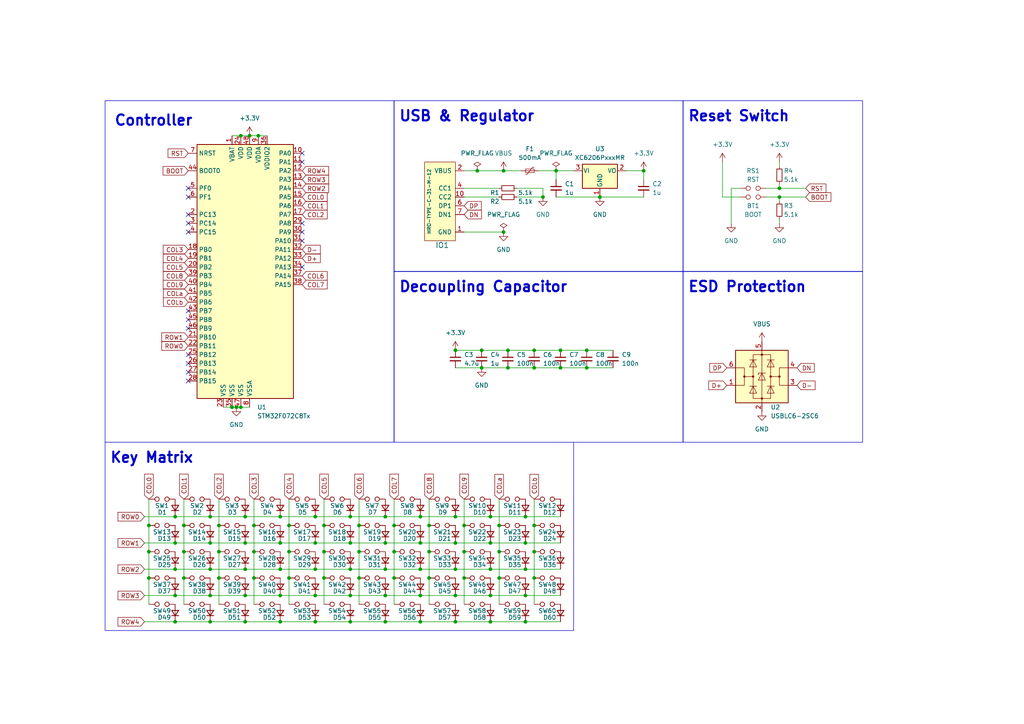
<source format=kicad_sch>
(kicad_sch (version 20230121) (generator eeschema)
  (paper "A4")
  (junction (at 121.92 157.48))
  (junction (at 101.6 172.72))
  (junction (at 124.46 160.02))
  (junction (at 60.96 157.48))
  (junction (at 154.94 101.6))
  (junction (at 154.94 106.68))
  (junction (at 71.12 149.86))
  (junction (at 69.85 118.11))
  (junction (at 144.78 160.02))
  (junction (at 71.12 180.34))
  (junction (at 154.94 160.02))
  (junction (at 121.92 180.34))
  (junction (at 152.4 149.86))
  (junction (at 73.66 152.4))
  (junction (at 139.7 106.68))
  (junction (at 73.66 167.64))
  (junction (at 114.3 152.4))
  (junction (at 152.4 180.34))
  (junction (at 60.96 165.1))
  (junction (at 124.46 167.64))
  (junction (at 50.8 165.1))
  (junction (at 83.82 167.64))
  (junction (at 111.76 165.1))
  (junction (at 154.94 167.64))
  (junction (at 50.8 149.86))
  (junction (at 71.12 157.48))
  (junction (at 63.5 167.64))
  (junction (at 121.92 165.1))
  (junction (at 50.8 172.72))
  (junction (at 132.08 149.86))
  (junction (at 147.32 101.6))
  (junction (at 43.18 167.64))
  (junction (at 152.4 165.1))
  (junction (at 161.29 49.53))
  (junction (at 71.12 165.1))
  (junction (at 101.6 149.86))
  (junction (at 111.76 172.72))
  (junction (at 93.98 167.64))
  (junction (at 63.5 152.4))
  (junction (at 83.82 160.02))
  (junction (at 142.24 172.72))
  (junction (at 81.28 149.86))
  (junction (at 71.12 172.72))
  (junction (at 124.46 152.4))
  (junction (at 170.18 106.68))
  (junction (at 53.34 167.64))
  (junction (at 60.96 180.34))
  (junction (at 111.76 180.34))
  (junction (at 43.18 152.4))
  (junction (at 142.24 157.48))
  (junction (at 226.06 54.61))
  (junction (at 81.28 157.48))
  (junction (at 142.24 165.1))
  (junction (at 53.34 152.4))
  (junction (at 147.32 106.68))
  (junction (at 132.08 165.1))
  (junction (at 138.43 49.53))
  (junction (at 114.3 160.02))
  (junction (at 146.05 67.31))
  (junction (at 101.6 165.1))
  (junction (at 142.24 149.86))
  (junction (at 132.08 101.6))
  (junction (at 104.14 160.02))
  (junction (at 91.44 172.72))
  (junction (at 111.76 149.86))
  (junction (at 93.98 152.4))
  (junction (at 144.78 152.4))
  (junction (at 132.08 157.48))
  (junction (at 152.4 157.48))
  (junction (at 101.6 157.48))
  (junction (at 162.56 106.68))
  (junction (at 154.94 152.4))
  (junction (at 132.08 180.34))
  (junction (at 162.56 101.6))
  (junction (at 134.62 167.64))
  (junction (at 132.08 172.72))
  (junction (at 68.58 118.11))
  (junction (at 60.96 149.86))
  (junction (at 114.3 167.64))
  (junction (at 157.48 57.15))
  (junction (at 142.24 180.34))
  (junction (at 170.18 101.6))
  (junction (at 173.99 57.15))
  (junction (at 63.5 160.02))
  (junction (at 73.66 160.02))
  (junction (at 111.76 157.48))
  (junction (at 72.39 39.37))
  (junction (at 121.92 149.86))
  (junction (at 50.8 157.48))
  (junction (at 91.44 165.1))
  (junction (at 81.28 172.72))
  (junction (at 186.69 49.53))
  (junction (at 91.44 157.48))
  (junction (at 91.44 180.34))
  (junction (at 93.98 160.02))
  (junction (at 81.28 180.34))
  (junction (at 134.62 160.02))
  (junction (at 91.44 149.86))
  (junction (at 104.14 167.64))
  (junction (at 121.92 172.72))
  (junction (at 67.31 118.11))
  (junction (at 74.93 39.37))
  (junction (at 104.14 152.4))
  (junction (at 144.78 167.64))
  (junction (at 152.4 172.72))
  (junction (at 101.6 180.34))
  (junction (at 226.06 57.15))
  (junction (at 83.82 152.4))
  (junction (at 53.34 160.02))
  (junction (at 50.8 180.34))
  (junction (at 81.28 165.1))
  (junction (at 134.62 152.4))
  (junction (at 43.18 160.02))
  (junction (at 139.7 101.6))
  (junction (at 69.85 39.37))
  (junction (at 60.96 172.72))
  (junction (at 146.05 49.53))
  (no_connect (at 54.61 92.71))
  (no_connect (at 54.61 90.17))
  (no_connect (at 54.61 67.31))
  (no_connect (at 54.61 110.49))
  (no_connect (at 54.61 107.95))
  (no_connect (at 54.61 105.41))
  (no_connect (at 54.61 64.77))
  (no_connect (at 54.61 62.23))
  (no_connect (at 87.63 64.77))
  (no_connect (at 54.61 57.15))
  (no_connect (at 87.63 46.99))
  (no_connect (at 87.63 69.85))
  (no_connect (at 87.63 77.47))
  (no_connect (at 87.63 44.45))
  (no_connect (at 87.63 67.31))
  (no_connect (at 54.61 95.25))
  (no_connect (at 54.61 102.87))
  (no_connect (at 54.61 54.61))
  (wire (pts (xy 43.18 144.78) (xy 43.18 152.4)))
  (wire (pts (xy 132.08 165.1) (xy 142.24 165.1)))
  (wire (pts (xy 71.12 157.48) (xy 81.28 157.48)))
  (wire (pts (xy 63.5 167.64) (xy 63.5 175.26)))
  (wire (pts (xy 226.06 57.15) (xy 233.68 57.15)))
  (wire (pts (xy 147.32 101.6) (xy 154.94 101.6)))
  (wire (pts (xy 104.14 167.64) (xy 104.14 175.26)))
  (wire (pts (xy 166.37 49.53) (xy 161.29 49.53)))
  (wire (pts (xy 71.12 149.86) (xy 81.28 149.86)))
  (wire (pts (xy 69.85 39.37) (xy 67.31 39.37)))
  (wire (pts (xy 124.46 144.78) (xy 124.46 152.4)))
  (wire (pts (xy 142.24 149.86) (xy 152.4 149.86)))
  (wire (pts (xy 209.55 46.99) (xy 209.55 57.15)))
  (wire (pts (xy 142.24 180.34) (xy 152.4 180.34)))
  (wire (pts (xy 63.5 152.4) (xy 63.5 160.02)))
  (wire (pts (xy 154.94 144.78) (xy 154.94 152.4)))
  (wire (pts (xy 81.28 149.86) (xy 91.44 149.86)))
  (wire (pts (xy 149.86 57.15) (xy 157.48 57.15)))
  (wire (pts (xy 154.94 167.64) (xy 154.94 175.26)))
  (wire (pts (xy 152.4 157.48) (xy 162.56 157.48)))
  (wire (pts (xy 104.14 144.78) (xy 104.14 152.4)))
  (wire (pts (xy 161.29 57.15) (xy 173.99 57.15)))
  (wire (pts (xy 63.5 160.02) (xy 63.5 167.64)))
  (wire (pts (xy 121.92 165.1) (xy 132.08 165.1)))
  (wire (pts (xy 53.34 144.78) (xy 53.34 152.4)))
  (wire (pts (xy 114.3 144.78) (xy 114.3 152.4)))
  (wire (pts (xy 91.44 165.1) (xy 101.6 165.1)))
  (wire (pts (xy 101.6 165.1) (xy 111.76 165.1)))
  (wire (pts (xy 64.77 118.11) (xy 67.31 118.11)))
  (wire (pts (xy 114.3 167.64) (xy 114.3 175.26)))
  (wire (pts (xy 43.18 152.4) (xy 43.18 160.02)))
  (wire (pts (xy 121.92 172.72) (xy 132.08 172.72)))
  (wire (pts (xy 144.78 167.64) (xy 144.78 175.26)))
  (wire (pts (xy 144.78 54.61) (xy 134.62 54.61)))
  (wire (pts (xy 53.34 152.4) (xy 53.34 160.02)))
  (wire (pts (xy 111.76 172.72) (xy 121.92 172.72)))
  (wire (pts (xy 50.8 172.72) (xy 60.96 172.72)))
  (wire (pts (xy 111.76 165.1) (xy 121.92 165.1)))
  (wire (pts (xy 71.12 172.72) (xy 81.28 172.72)))
  (wire (pts (xy 73.66 152.4) (xy 73.66 160.02)))
  (wire (pts (xy 93.98 152.4) (xy 93.98 160.02)))
  (wire (pts (xy 121.92 180.34) (xy 132.08 180.34)))
  (wire (pts (xy 161.29 52.07) (xy 161.29 49.53)))
  (wire (pts (xy 138.43 49.53) (xy 134.62 49.53)))
  (wire (pts (xy 93.98 167.64) (xy 93.98 175.26)))
  (wire (pts (xy 132.08 101.6) (xy 139.7 101.6)))
  (wire (pts (xy 41.91 149.86) (xy 50.8 149.86)))
  (wire (pts (xy 74.93 39.37) (xy 77.47 39.37)))
  (wire (pts (xy 114.3 160.02) (xy 114.3 167.64)))
  (wire (pts (xy 144.78 160.02) (xy 144.78 167.64)))
  (wire (pts (xy 73.66 160.02) (xy 73.66 167.64)))
  (wire (pts (xy 71.12 180.34) (xy 81.28 180.34)))
  (wire (pts (xy 43.18 167.64) (xy 43.18 175.26)))
  (wire (pts (xy 93.98 144.78) (xy 93.98 152.4)))
  (wire (pts (xy 81.28 172.72) (xy 91.44 172.72)))
  (wire (pts (xy 60.96 180.34) (xy 71.12 180.34)))
  (wire (pts (xy 151.13 49.53) (xy 146.05 49.53)))
  (wire (pts (xy 162.56 101.6) (xy 170.18 101.6)))
  (wire (pts (xy 139.7 101.6) (xy 147.32 101.6)))
  (wire (pts (xy 132.08 106.68) (xy 139.7 106.68)))
  (wire (pts (xy 170.18 106.68) (xy 177.8 106.68)))
  (wire (pts (xy 154.94 160.02) (xy 154.94 167.64)))
  (wire (pts (xy 101.6 172.72) (xy 111.76 172.72)))
  (wire (pts (xy 69.85 118.11) (xy 72.39 118.11)))
  (wire (pts (xy 154.94 152.4) (xy 154.94 160.02)))
  (wire (pts (xy 72.39 39.37) (xy 74.93 39.37)))
  (wire (pts (xy 53.34 167.64) (xy 53.34 175.26)))
  (wire (pts (xy 154.94 106.68) (xy 162.56 106.68)))
  (wire (pts (xy 134.62 160.02) (xy 134.62 167.64)))
  (wire (pts (xy 226.06 46.99) (xy 226.06 48.26)))
  (wire (pts (xy 186.69 49.53) (xy 181.61 49.53)))
  (wire (pts (xy 132.08 180.34) (xy 142.24 180.34)))
  (wire (pts (xy 71.12 165.1) (xy 81.28 165.1)))
  (wire (pts (xy 53.34 160.02) (xy 53.34 167.64)))
  (wire (pts (xy 152.4 172.72) (xy 162.56 172.72)))
  (wire (pts (xy 170.18 101.6) (xy 177.8 101.6)))
  (wire (pts (xy 91.44 157.48) (xy 101.6 157.48)))
  (wire (pts (xy 121.92 157.48) (xy 132.08 157.48)))
  (wire (pts (xy 134.62 152.4) (xy 134.62 160.02)))
  (wire (pts (xy 68.58 118.11) (xy 69.85 118.11)))
  (wire (pts (xy 83.82 160.02) (xy 83.82 167.64)))
  (wire (pts (xy 41.91 165.1) (xy 50.8 165.1)))
  (wire (pts (xy 83.82 152.4) (xy 83.82 160.02)))
  (wire (pts (xy 149.86 54.61) (xy 157.48 54.61)))
  (wire (pts (xy 142.24 172.72) (xy 152.4 172.72)))
  (wire (pts (xy 134.62 144.78) (xy 134.62 152.4)))
  (wire (pts (xy 60.96 157.48) (xy 71.12 157.48)))
  (wire (pts (xy 121.92 149.86) (xy 132.08 149.86)))
  (wire (pts (xy 50.8 149.86) (xy 60.96 149.86)))
  (wire (pts (xy 134.62 167.64) (xy 134.62 175.26)))
  (wire (pts (xy 104.14 152.4) (xy 104.14 160.02)))
  (wire (pts (xy 152.4 180.34) (xy 162.56 180.34)))
  (wire (pts (xy 212.09 54.61) (xy 214.63 54.61)))
  (wire (pts (xy 142.24 165.1) (xy 152.4 165.1)))
  (wire (pts (xy 69.85 39.37) (xy 72.39 39.37)))
  (wire (pts (xy 101.6 149.86) (xy 111.76 149.86)))
  (wire (pts (xy 41.91 180.34) (xy 50.8 180.34)))
  (wire (pts (xy 222.25 57.15) (xy 226.06 57.15)))
  (wire (pts (xy 162.56 106.68) (xy 170.18 106.68)))
  (wire (pts (xy 144.78 144.78) (xy 144.78 152.4)))
  (wire (pts (xy 173.99 57.15) (xy 186.69 57.15)))
  (wire (pts (xy 157.48 54.61) (xy 157.48 57.15)))
  (wire (pts (xy 114.3 152.4) (xy 114.3 160.02)))
  (wire (pts (xy 226.06 63.5) (xy 226.06 64.77)))
  (wire (pts (xy 68.58 118.11) (xy 67.31 118.11)))
  (wire (pts (xy 91.44 180.34) (xy 101.6 180.34)))
  (wire (pts (xy 152.4 149.86) (xy 162.56 149.86)))
  (wire (pts (xy 144.78 152.4) (xy 144.78 160.02)))
  (wire (pts (xy 63.5 144.78) (xy 63.5 152.4)))
  (wire (pts (xy 186.69 52.07) (xy 186.69 49.53)))
  (wire (pts (xy 41.91 172.72) (xy 50.8 172.72)))
  (wire (pts (xy 60.96 165.1) (xy 71.12 165.1)))
  (wire (pts (xy 134.62 67.31) (xy 146.05 67.31)))
  (wire (pts (xy 50.8 165.1) (xy 60.96 165.1)))
  (wire (pts (xy 41.91 157.48) (xy 50.8 157.48)))
  (wire (pts (xy 81.28 180.34) (xy 91.44 180.34)))
  (wire (pts (xy 144.78 57.15) (xy 134.62 57.15)))
  (wire (pts (xy 91.44 172.72) (xy 101.6 172.72)))
  (wire (pts (xy 152.4 165.1) (xy 162.56 165.1)))
  (wire (pts (xy 124.46 152.4) (xy 124.46 160.02)))
  (wire (pts (xy 226.06 54.61) (xy 233.68 54.61)))
  (wire (pts (xy 226.06 58.42) (xy 226.06 57.15)))
  (wire (pts (xy 111.76 157.48) (xy 121.92 157.48)))
  (wire (pts (xy 222.25 54.61) (xy 226.06 54.61)))
  (wire (pts (xy 124.46 167.64) (xy 124.46 175.26)))
  (wire (pts (xy 226.06 53.34) (xy 226.06 54.61)))
  (wire (pts (xy 124.46 160.02) (xy 124.46 167.64)))
  (wire (pts (xy 132.08 172.72) (xy 142.24 172.72)))
  (wire (pts (xy 111.76 180.34) (xy 121.92 180.34)))
  (wire (pts (xy 60.96 149.86) (xy 71.12 149.86)))
  (wire (pts (xy 212.09 64.77) (xy 212.09 54.61)))
  (wire (pts (xy 50.8 180.34) (xy 60.96 180.34)))
  (wire (pts (xy 209.55 57.15) (xy 214.63 57.15)))
  (wire (pts (xy 142.24 157.48) (xy 152.4 157.48)))
  (wire (pts (xy 132.08 149.86) (xy 142.24 149.86)))
  (wire (pts (xy 83.82 167.64) (xy 83.82 175.26)))
  (wire (pts (xy 101.6 180.34) (xy 111.76 180.34)))
  (wire (pts (xy 132.08 157.48) (xy 142.24 157.48)))
  (wire (pts (xy 81.28 157.48) (xy 91.44 157.48)))
  (wire (pts (xy 73.66 167.64) (xy 73.66 175.26)))
  (wire (pts (xy 60.96 172.72) (xy 71.12 172.72)))
  (wire (pts (xy 91.44 149.86) (xy 101.6 149.86)))
  (wire (pts (xy 101.6 157.48) (xy 111.76 157.48)))
  (wire (pts (xy 83.82 144.78) (xy 83.82 152.4)))
  (wire (pts (xy 111.76 149.86) (xy 121.92 149.86)))
  (wire (pts (xy 73.66 144.78) (xy 73.66 152.4)))
  (wire (pts (xy 139.7 106.68) (xy 147.32 106.68)))
  (wire (pts (xy 81.28 165.1) (xy 91.44 165.1)))
  (wire (pts (xy 161.29 49.53) (xy 156.21 49.53)))
  (wire (pts (xy 50.8 157.48) (xy 60.96 157.48)))
  (wire (pts (xy 147.32 106.68) (xy 154.94 106.68)))
  (wire (pts (xy 154.94 101.6) (xy 162.56 101.6)))
  (wire (pts (xy 93.98 160.02) (xy 93.98 167.64)))
  (wire (pts (xy 104.14 160.02) (xy 104.14 167.64)))
  (wire (pts (xy 146.05 49.53) (xy 138.43 49.53)))
  (wire (pts (xy 43.18 160.02) (xy 43.18 167.64)))
  (rectangle (start 114.3 78.74) (end 198.12 128.27))
  (rectangle (start 30.48 128.27) (end 166.37 182.88))
  (rectangle (start 198.12 29.21) (end 250.19 78.74))
  (rectangle (start 30.48 29.21) (end 114.3 128.27))
  (rectangle (start 114.3 29.21) (end 198.12 78.74))
  (rectangle (start 198.12 78.74) (end 250.19 128.27))
  (text "USB & Regulator" (at 115.57 35.56 0) (effects (font (size 3 3) (thickness 0.6) bold) (justify left bottom)))
  (text "ESD Protection" (at 199.39 85.09 0) (effects (font (size 3 3) (thickness 0.6) bold) (justify left bottom)))
  (text "Decoupling Capacitor" (at 115.57 85.09 0) (effects (font (size 3 3) (thickness 0.6) bold) (justify left bottom)))
  (text "Reset Switch\n" (at 199.39 35.56 0) (effects (font (size 3 3) (thickness 0.6) bold) (justify left bottom)))
  (text "Controller" (at 33.02 36.83 0) (effects (font (size 3 3) (thickness 0.6) bold) (justify left bottom)))
  (text "Key Matrix" (at 31.75 134.62 0) (effects (font (size 3 3) (thickness 0.6) bold) (justify left bottom)))
  (global_label "COL2" (shape input) (at 63.5 144.78 90) (property "Intersheetrefs" "${INTERSHEET_REFS}" (effects hide)))
  (global_label "COL9" (shape input) (at 134.62 144.78 90) (property "Intersheetrefs" "${INTERSHEET_REFS}" (effects hide)))
  (global_label "COL7" (shape input) (at 87.63 82.55 0) (property "Intersheetrefs" "${INTERSHEET_REFS}" (effects hide)))
  (global_label "COL0" (shape input) (at 43.18 144.78 90) (property "Intersheetrefs" "${INTERSHEET_REFS}" (effects hide)))
  (global_label "COL3" (shape input) (at 73.66 144.78 90) (property "Intersheetrefs" "${INTERSHEET_REFS}" (effects hide)))
  (global_label "ROW1" (shape input) (at 54.61 97.79 180) (property "Intersheetrefs" "${INTERSHEET_REFS}" (effects hide)))
  (global_label "ROW3" (shape input) (at 87.63 52.07 0) (property "Intersheetrefs" "${INTERSHEET_REFS}" (effects hide)))
  (global_label "COL4" (shape input) (at 83.82 144.78 90) (property "Intersheetrefs" "${INTERSHEET_REFS}" (effects hide)))
  (global_label "BOOT" (shape input) (at 233.68 57.15 0) (property "Intersheetrefs" "${INTERSHEET_REFS}" (effects hide)))
  (global_label "COLa" (shape input) (at 144.78 144.78 90) (property "Intersheetrefs" "${INTERSHEET_REFS}" (effects hide)))
  (global_label "COLb" (shape input) (at 154.94 144.78 90) (property "Intersheetrefs" "${INTERSHEET_REFS}" (effects hide)))
  (global_label "DN" (shape input) (at 134.62 62.23 0) (property "Intersheetrefs" "${INTERSHEET_REFS}" (effects hide)))
  (global_label "COL9" (shape input) (at 54.61 82.55 180) (property "Intersheetrefs" "${INTERSHEET_REFS}" (effects hide)))
  (global_label "D-" (shape input) (at 87.63 72.39 0) (property "Intersheetrefs" "${INTERSHEET_REFS}" (effects hide)))
  (global_label "COL1" (shape input) (at 87.63 59.69 0) (property "Intersheetrefs" "${INTERSHEET_REFS}" (effects hide)))
  (global_label "COL3" (shape input) (at 54.61 72.39 180) (property "Intersheetrefs" "${INTERSHEET_REFS}" (effects hide)))
  (global_label "COL8" (shape input) (at 124.46 144.78 90) (property "Intersheetrefs" "${INTERSHEET_REFS}" (effects hide)))
  (global_label "ROW2" (shape input) (at 87.63 54.61 0) (property "Intersheetrefs" "${INTERSHEET_REFS}" (effects hide)))
  (global_label "ROW4" (shape input) (at 41.91 180.34 180) (property "Intersheetrefs" "${INTERSHEET_REFS}" (effects hide)))
  (global_label "COL6" (shape input) (at 104.14 144.78 90) (property "Intersheetrefs" "${INTERSHEET_REFS}" (effects hide)))
  (global_label "DN" (shape input) (at 231.14 106.68 0) (property "Intersheetrefs" "${INTERSHEET_REFS}" (effects hide)))
  (global_label "COL0" (shape input) (at 87.63 57.15 0) (property "Intersheetrefs" "${INTERSHEET_REFS}" (effects hide)))
  (global_label "ROW3" (shape input) (at 41.91 172.72 180) (property "Intersheetrefs" "${INTERSHEET_REFS}" (effects hide)))
  (global_label "COL8" (shape input) (at 54.61 80.01 180) (property "Intersheetrefs" "${INTERSHEET_REFS}" (effects hide)))
  (global_label "D+" (shape input) (at 87.63 74.93 0) (property "Intersheetrefs" "${INTERSHEET_REFS}" (effects hide)))
  (global_label "ROW1" (shape input) (at 41.91 157.48 180) (property "Intersheetrefs" "${INTERSHEET_REFS}" (effects hide)))
  (global_label "COL6" (shape input) (at 87.63 80.01 0) (property "Intersheetrefs" "${INTERSHEET_REFS}" (effects hide)))
  (global_label "COLa" (shape input) (at 54.61 85.09 180) (property "Intersheetrefs" "${INTERSHEET_REFS}" (effects hide)))
  (global_label "ROW2" (shape input) (at 41.91 165.1 180) (property "Intersheetrefs" "${INTERSHEET_REFS}" (effects hide)))
  (global_label "D-" (shape input) (at 231.14 111.76 0) (property "Intersheetrefs" "${INTERSHEET_REFS}" (effects hide)))
  (global_label "D+" (shape input) (at 210.82 111.76 180) (property "Intersheetrefs" "${INTERSHEET_REFS}" (effects hide)))
  (global_label "COL2" (shape input) (at 87.63 62.23 0) (property "Intersheetrefs" "${INTERSHEET_REFS}" (effects hide)))
  (global_label "COL5" (shape input) (at 93.98 144.78 90) (property "Intersheetrefs" "${INTERSHEET_REFS}" (effects hide)))
  (global_label "ROW0" (shape input) (at 54.61 100.33 180) (property "Intersheetrefs" "${INTERSHEET_REFS}" (effects hide)))
  (global_label "DP" (shape input) (at 134.62 59.69 0) (property "Intersheetrefs" "${INTERSHEET_REFS}" (effects hide)))
  (global_label "COL7" (shape input) (at 114.3 144.78 90) (property "Intersheetrefs" "${INTERSHEET_REFS}" (effects hide)))
  (global_label "RST" (shape input) (at 233.68 54.61 0) (property "Intersheetrefs" "${INTERSHEET_REFS}" (effects hide)))
  (global_label "ROW4" (shape input) (at 87.63 49.53 0) (property "Intersheetrefs" "${INTERSHEET_REFS}" (effects hide)))
  (global_label "ROW0" (shape input) (at 41.91 149.86 180) (property "Intersheetrefs" "${INTERSHEET_REFS}" (effects hide)))
  (global_label "BOOT" (shape input) (at 54.61 49.53 180) (property "Intersheetrefs" "${INTERSHEET_REFS}" (effects hide)))
  (global_label "COL1" (shape input) (at 53.34 144.78 90) (property "Intersheetrefs" "${INTERSHEET_REFS}" (effects hide)))
  (global_label "COL5" (shape input) (at 54.61 77.47 180) (property "Intersheetrefs" "${INTERSHEET_REFS}" (effects hide)))
  (global_label "COL4" (shape input) (at 54.61 74.93 180) (property "Intersheetrefs" "${INTERSHEET_REFS}" (effects hide)))
  (global_label "COLb" (shape input) (at 54.61 87.63 180) (property "Intersheetrefs" "${INTERSHEET_REFS}" (effects hide)))
  (global_label "RST" (shape input) (at 54.61 44.45 180) (property "Intersheetrefs" "${INTERSHEET_REFS}" (effects hide)))
  (global_label "DP" (shape input) (at 210.82 106.68 180) (property "Intersheetrefs" "${INTERSHEET_REFS}" (effects hide)))
  (symbol (lib_id "power:VBUS") (at 146.05 49.53 0) (unit 1)
    (property "Reference" "#PWR03" (effects hide))
    (property "Value" "VBUS" (at 146.05 44.45 0))
  )
  (symbol (lib_id ".Key:SW_PUSH") (at 158.75 167.64 0) (unit 1)
    (property "Reference" "SW48" (at 158.75 169.545 0))
    (property "Value" "SW_PUSH" (effects hide))
    (property "Footprint" "MX_V2:MX-Hotswap-1U" (effects hide))
  )
  (symbol (lib_id "power:PWR_FLAG") (at 138.43 49.53 0) (unit 1)
    (property "Reference" "#FLG02" (effects hide))
    (property "Value" "PWR_FLAG" (at 138.43 44.45 0))
  )
  (symbol (lib_id "power:VBUS") (at 220.98 99.06 0) (unit 1)
    (property "Reference" "#PWR09" (effects hide))
    (property "Value" "VBUS" (at 220.98 93.98 0))
  )
  (symbol (lib_id ".Key:SW_PUSH") (at 97.79 175.26 0) (unit 1)
    (property "Reference" "SW54" (at 97.79 177.165 0))
    (property "Value" "SW_PUSH" (effects hide))
    (property "Footprint" "MX_V2:MX-Hotswap-1U" (effects hide))
  )
  (symbol (lib_id "Power_Protection:USBLC6-2SC6") (at 220.98 109.22 0) (unit 1)
    (property "Reference" "U2" (at 223.52 118.11 0) (effects (justify left)))
    (property "Value" "USBLC6-2SC6" (at 223.52 120.65 0) (effects (justify left)))
    (property "Footprint" "Package_TO_SOT_SMD:SOT-23-6" (effects hide))
    (property "Datasheet" "https://www.st.com/resource/en/datasheet/usblc6-2.pdf" (effects hide))
    (property "LCSC" "C2827654" (effects hide))
  )
  (symbol (lib_id "Device:R_Small") (at 147.32 57.15 90) (unit 1)
    (property "Reference" "R2" (at 143.51 58.42 90))
    (property "Value" "5.1k" (at 152.4 58.42 90))
    (property "Footprint" "Resistor_SMD:R_0402_1005Metric" (effects hide))
    (property "LCSC" "C25905" (effects hide))
  )
  (symbol (lib_id "Device:D_Small") (at 81.28 177.8 90) (unit 1)
    (property "Reference" "D52" (at 76.2 179.07 90) (effects (justify right)))
    (property "Value" "D_Small" (effects hide))
    (property "Footprint" "kbd:D3_SMD" (effects hide))
    (property "Sim.Device" "D" (effects hide))
    (property "Sim.Pins" "1=K 2=A" (effects hide))
  )
  (symbol (lib_id "power:GND") (at 139.7 106.68 0) (unit 1)
    (property "Reference" "#PWR011" (effects hide))
    (property "Value" "GND" (at 139.7 111.76 0))
  )
  (symbol (lib_id "Device:D_Small") (at 142.24 147.32 90) (unit 1)
    (property "Reference" "D10" (at 137.16 148.59 90) (effects (justify right)))
    (property "Value" "D_Small" (effects hide))
    (property "Footprint" "kbd:D3_SMD" (effects hide))
    (property "Sim.Device" "D" (effects hide))
    (property "Sim.Pins" "1=K 2=A" (effects hide))
  )
  (symbol (lib_id "Device:D_Small") (at 50.8 147.32 90) (unit 1)
    (property "Reference" "D1" (at 45.72 148.59 90) (effects (justify right)))
    (property "Value" "D_Small" (effects hide))
    (property "Footprint" "kbd:D3_SMD" (effects hide))
    (property "Sim.Device" "D" (effects hide))
    (property "Sim.Pins" "1=K 2=A" (effects hide))
  )
  (symbol (lib_id "Device:D_Small") (at 91.44 147.32 90) (unit 1)
    (property "Reference" "D5" (at 86.36 148.59 90) (effects (justify right)))
    (property "Value" "D_Small" (effects hide))
    (property "Footprint" "kbd:D3_SMD" (effects hide))
    (property "Sim.Device" "D" (effects hide))
    (property "Sim.Pins" "1=K 2=A" (effects hide))
  )
  (symbol (lib_id ".Key:SW_PUSH") (at 128.27 167.64 0) (unit 1)
    (property "Reference" "SW45" (at 128.27 169.545 0))
    (property "Value" "SW_PUSH" (effects hide))
    (property "Footprint" "MX_V2:MX-Hotswap-1U" (effects hide))
  )
  (symbol (lib_id ".Key:SW_PUSH") (at 67.31 160.02 0) (unit 1)
    (property "Reference" "SW27" (at 67.31 161.925 0))
    (property "Value" "SW_PUSH" (effects hide))
    (property "Footprint" "MX_V2:MX-Hotswap-1U" (effects hide))
  )
  (symbol (lib_id ".Key:SW_PUSH") (at 77.47 152.4 0) (unit 1)
    (property "Reference" "SW16" (at 77.47 154.305 0))
    (property "Value" "SW_PUSH" (effects hide))
    (property "Footprint" "MX_V2:MX-Hotswap-1U" (effects hide))
  )
  (symbol (lib_id ".Key:SW_PUSH") (at 148.59 175.26 0) (unit 1)
    (property "Reference" "SW59" (at 148.59 177.165 0))
    (property "Value" "SW_PUSH" (effects hide))
    (property "Footprint" "MX_V2:MX-Hotswap-1U" (effects hide))
  )
  (symbol (lib_id "Device:D_Small") (at 111.76 162.56 90) (unit 1)
    (property "Reference" "D31" (at 106.68 163.83 90) (effects (justify right)))
    (property "Value" "D_Small" (effects hide))
    (property "Footprint" "kbd:D3_SMD" (effects hide))
    (property "Sim.Device" "D" (effects hide))
    (property "Sim.Pins" "1=K 2=A" (effects hide))
  )
  (symbol (lib_id ".Key:SW_PUSH") (at 46.99 144.78 0) (unit 1)
    (property "Reference" "SW1" (at 46.99 146.685 0))
    (property "Value" "SW_PUSH" (effects hide))
    (property "Footprint" "MX_V2:MX-Hotswap-1U" (effects hide))
  )
  (symbol (lib_id ".Key:SW_PUSH") (at 46.99 152.4 0) (unit 1)
    (property "Reference" "SW13" (at 46.99 154.305 0))
    (property "Value" "SW_PUSH" (effects hide))
    (property "Footprint" "MX_V2:MX-Hotswap-1U" (effects hide))
  )
  (symbol (lib_id "Device:D_Small") (at 60.96 170.18 90) (unit 1)
    (property "Reference" "D38" (at 55.88 171.45 90) (effects (justify right)))
    (property "Value" "D_Small" (effects hide))
    (property "Footprint" "kbd:D3_SMD" (effects hide))
    (property "Sim.Device" "D" (effects hide))
    (property "Sim.Pins" "1=K 2=A" (effects hide))
  )
  (symbol (lib_id "power:+3.3V") (at 132.08 101.6 0) (unit 1)
    (property "Reference" "#PWR010" (effects hide))
    (property "Value" "+3.3V" (at 132.08 96.52 0))
  )
  (symbol (lib_id "Device:D_Small") (at 152.4 170.18 90) (unit 1)
    (property "Reference" "D47" (at 147.32 171.45 90) (effects (justify right)))
    (property "Value" "D_Small" (effects hide))
    (property "Footprint" "kbd:D3_SMD" (effects hide))
    (property "Sim.Device" "D" (effects hide))
    (property "Sim.Pins" "1=K 2=A" (effects hide))
  )
  (symbol (lib_id "power:GND") (at 226.06 64.77 0) (unit 1)
    (property "Reference" "#PWR012" (effects hide))
    (property "Value" "GND" (at 226.06 69.85 0))
  )
  (symbol (lib_id "Device:D_Small") (at 91.44 154.94 90) (unit 1)
    (property "Reference" "D17" (at 86.36 156.21 90) (effects (justify right)))
    (property "Value" "D_Small" (effects hide))
    (property "Footprint" "kbd:D3_SMD" (effects hide))
    (property "Sim.Device" "D" (effects hide))
    (property "Sim.Pins" "1=K 2=A" (effects hide))
  )
  (symbol (lib_id "Device:D_Small") (at 91.44 177.8 90) (unit 1)
    (property "Reference" "D53" (at 86.36 179.07 90) (effects (justify right)))
    (property "Value" "D_Small" (effects hide))
    (property "Footprint" "kbd:D3_SMD" (effects hide))
    (property "Sim.Device" "D" (effects hide))
    (property "Sim.Pins" "1=K 2=A" (effects hide))
  )
  (symbol (lib_id ".Key:SW_PUSH") (at 77.47 167.64 0) (unit 1)
    (property "Reference" "SW40" (at 77.47 169.545 0))
    (property "Value" "SW_PUSH" (effects hide))
    (property "Footprint" "MX_V2:MX-Hotswap-1U" (effects hide))
  )
  (symbol (lib_id ".Key:SW_PUSH") (at 67.31 152.4 0) (unit 1)
    (property "Reference" "SW15" (at 67.31 154.305 0))
    (property "Value" "SW_PUSH" (effects hide))
    (property "Footprint" "MX_V2:MX-Hotswap-1U" (effects hide))
  )
  (symbol (lib_id ".Key:SW_PUSH") (at 138.43 167.64 0) (unit 1)
    (property "Reference" "SW46" (at 138.43 169.545 0))
    (property "Value" "SW_PUSH" (effects hide))
    (property "Footprint" "MX_V2:MX-Hotswap-1U" (effects hide))
  )
  (symbol (lib_id "power:+3.3V") (at 209.55 46.99 0) (unit 1)
    (property "Reference" "#PWR013" (effects hide))
    (property "Value" "+3.3V" (at 209.55 41.91 0))
  )
  (symbol (lib_id "Device:C_Small") (at 177.8 104.14 0) (unit 1)
    (property "Reference" "C9" (at 180.34 102.8763 0) (effects (justify left)))
    (property "Value" "100n" (at 180.34 105.4163 0) (effects (justify left)))
    (property "Footprint" "Capacitor_SMD:C_0402_1005Metric" (effects hide))
    (property "LCSC" "C1525" (effects hide))
  )
  (symbol (lib_id ".Key:SW_PUSH") (at 148.59 144.78 0) (unit 1)
    (property "Reference" "SW11" (at 148.59 146.685 0))
    (property "Value" "SW_PUSH" (effects hide))
    (property "Footprint" "MX_V2:MX-Hotswap-1U" (effects hide))
  )
  (symbol (lib_id ".Key:SW_PUSH") (at 97.79 152.4 0) (unit 1)
    (property "Reference" "SW18" (at 97.79 154.305 0))
    (property "Value" "SW_PUSH" (effects hide))
    (property "Footprint" "MX_V2:MX-Hotswap-1U" (effects hide))
  )
  (symbol (lib_id ".Key:SW_PUSH") (at 77.47 160.02 0) (unit 1)
    (property "Reference" "SW28" (at 77.47 161.925 0))
    (property "Value" "SW_PUSH" (effects hide))
    (property "Footprint" "MX_V2:MX-Hotswap-1U" (effects hide))
  )
  (symbol (lib_id "Device:D_Small") (at 111.76 154.94 90) (unit 1)
    (property "Reference" "D19" (at 106.68 156.21 90) (effects (justify right)))
    (property "Value" "D_Small" (effects hide))
    (property "Footprint" "kbd:D3_SMD" (effects hide))
    (property "Sim.Device" "D" (effects hide))
    (property "Sim.Pins" "1=K 2=A" (effects hide))
  )
  (symbol (lib_id ".Key:SW_PUSH") (at 128.27 175.26 0) (unit 1)
    (property "Reference" "SW57" (at 128.27 177.165 0))
    (property "Value" "SW_PUSH" (effects hide))
    (property "Footprint" "MX_V2:MX-Hotswap-1U" (effects hide))
  )
  (symbol (lib_id "Device:C_Small") (at 147.32 104.14 0) (unit 1)
    (property "Reference" "C5" (at 149.86 102.8763 0) (effects (justify left)))
    (property "Value" "100n" (at 149.86 105.4163 0) (effects (justify left)))
    (property "Footprint" "Capacitor_SMD:C_0402_1005Metric" (effects hide))
    (property "LCSC" "C1525" (effects hide))
  )
  (symbol (lib_id "Device:D_Small") (at 50.8 170.18 90) (unit 1)
    (property "Reference" "D37" (at 45.72 171.45 90) (effects (justify right)))
    (property "Value" "D_Small" (effects hide))
    (property "Footprint" "kbd:D3_SMD" (effects hide))
    (property "Sim.Device" "D" (effects hide))
    (property "Sim.Pins" "1=K 2=A" (effects hide))
  )
  (symbol (lib_id "Device:D_Small") (at 81.28 162.56 90) (unit 1)
    (property "Reference" "D28" (at 76.2 163.83 90) (effects (justify right)))
    (property "Value" "D_Small" (effects hide))
    (property "Footprint" "kbd:D3_SMD" (effects hide))
    (property "Sim.Device" "D" (effects hide))
    (property "Sim.Pins" "1=K 2=A" (effects hide))
  )
  (symbol (lib_id "Device:D_Small") (at 162.56 170.18 90) (unit 1)
    (property "Reference" "D48" (at 157.48 171.45 90) (effects (justify right)))
    (property "Value" "D_Small" (effects hide))
    (property "Footprint" "kbd:D3_SMD" (effects hide))
    (property "Sim.Device" "D" (effects hide))
    (property "Sim.Pins" "1=K 2=A" (effects hide))
  )
  (symbol (lib_id ".Key:SW_PUSH") (at 46.99 167.64 0) (unit 1)
    (property "Reference" "SW37" (at 46.99 169.545 0))
    (property "Value" "SW_PUSH" (effects hide))
    (property "Footprint" "MX_V2:MX-Hotswap-1U" (effects hide))
  )
  (symbol (lib_id "Device:D_Small") (at 121.92 170.18 90) (unit 1)
    (property "Reference" "D44" (at 116.84 171.45 90) (effects (justify right)))
    (property "Value" "D_Small" (effects hide))
    (property "Footprint" "kbd:D3_SMD" (effects hide))
    (property "Sim.Device" "D" (effects hide))
    (property "Sim.Pins" "1=K 2=A" (effects hide))
  )
  (symbol (lib_id "power:GND") (at 173.99 57.15 0) (unit 1)
    (property "Reference" "#PWR07" (effects hide))
    (property "Value" "GND" (at 173.99 62.23 0))
  )
  (symbol (lib_id "Device:D_Small") (at 60.96 177.8 90) (unit 1)
    (property "Reference" "D50" (at 55.88 179.07 90) (effects (justify right)))
    (property "Value" "D_Small" (effects hide))
    (property "Footprint" "kbd:D3_SMD" (effects hide))
    (property "Sim.Device" "D" (effects hide))
    (property "Sim.Pins" "1=K 2=A" (effects hide))
  )
  (symbol (lib_id ".Key:SW_PUSH") (at 118.11 167.64 0) (unit 1)
    (property "Reference" "SW44" (at 118.11 169.545 0))
    (property "Value" "SW_PUSH" (effects hide))
    (property "Footprint" "MX_V2:MX-Hotswap-1U" (effects hide))
  )
  (symbol (lib_id "Device:C_Small") (at 154.94 104.14 0) (unit 1)
    (property "Reference" "C6" (at 157.48 102.8763 0) (effects (justify left)))
    (property "Value" "100n" (at 157.48 105.4163 0) (effects (justify left)))
    (property "Footprint" "Capacitor_SMD:C_0402_1005Metric" (effects hide))
    (property "LCSC" "C1525" (effects hide))
  )
  (symbol (lib_id "Device:D_Small") (at 152.4 162.56 90) (unit 1)
    (property "Reference" "D35" (at 147.32 163.83 90) (effects (justify right)))
    (property "Value" "D_Small" (effects hide))
    (property "Footprint" "kbd:D3_SMD" (effects hide))
    (property "Sim.Device" "D" (effects hide))
    (property "Sim.Pins" "1=K 2=A" (effects hide))
  )
  (symbol (lib_id "Device:C_Small") (at 162.56 104.14 0) (unit 1)
    (property "Reference" "C7" (at 165.1 102.8763 0) (effects (justify left)))
    (property "Value" "100n" (at 165.1 105.4163 0) (effects (justify left)))
    (property "Footprint" "Capacitor_SMD:C_0402_1005Metric" (effects hide))
    (property "LCSC" "C1525" (effects hide))
  )
  (symbol (lib_id "Device:D_Small") (at 101.6 147.32 90) (unit 1)
    (property "Reference" "D6" (at 96.52 148.59 90) (effects (justify right)))
    (property "Value" "D_Small" (effects hide))
    (property "Footprint" "kbd:D3_SMD" (effects hide))
    (property "Sim.Device" "D" (effects hide))
    (property "Sim.Pins" "1=K 2=A" (effects hide))
  )
  (symbol (lib_id "Device:D_Small") (at 121.92 154.94 90) (unit 1)
    (property "Reference" "D20" (at 116.84 156.21 90) (effects (justify right)))
    (property "Value" "D_Small" (effects hide))
    (property "Footprint" "kbd:D3_SMD" (effects hide))
    (property "Sim.Device" "D" (effects hide))
    (property "Sim.Pins" "1=K 2=A" (effects hide))
  )
  (symbol (lib_id ".Key:SW_PUSH") (at 107.95 152.4 0) (unit 1)
    (property "Reference" "SW19" (at 107.95 154.305 0))
    (property "Value" "SW_PUSH" (effects hide))
    (property "Footprint" "MX_V2:MX-Hotswap-1U" (effects hide))
  )
  (symbol (lib_id "Device:D_Small") (at 162.56 162.56 90) (unit 1)
    (property "Reference" "D36" (at 157.48 163.83 90) (effects (justify right)))
    (property "Value" "D_Small" (effects hide))
    (property "Footprint" "kbd:D3_SMD" (effects hide))
    (property "Sim.Device" "D" (effects hide))
    (property "Sim.Pins" "1=K 2=A" (effects hide))
  )
  (symbol (lib_id "power:+3.3V") (at 72.39 39.37 0) (unit 1)
    (property "Reference" "#PWR01" (effects hide))
    (property "Value" "+3.3V" (at 72.39 34.29 0))
  )
  (symbol (lib_id "power:PWR_FLAG") (at 146.05 67.31 0) (unit 1)
    (property "Reference" "#FLG01" (effects hide))
    (property "Value" "PWR_FLAG" (at 146.05 62.23 0))
  )
  (symbol (lib_id "Device:D_Small") (at 132.08 147.32 90) (unit 1)
    (property "Reference" "D9" (at 127 148.59 90) (effects (justify right)))
    (property "Value" "D_Small" (effects hide))
    (property "Footprint" "kbd:D3_SMD" (effects hide))
    (property "Sim.Device" "D" (effects hide))
    (property "Sim.Pins" "1=K 2=A" (effects hide))
  )
  (symbol (lib_id ".Key:SW_PUSH") (at 57.15 144.78 0) (unit 1)
    (property "Reference" "SW2" (at 57.15 146.685 0))
    (property "Value" "SW_PUSH" (effects hide))
    (property "Footprint" "MX_V2:MX-Hotswap-1U" (effects hide))
  )
  (symbol (lib_id "Device:D_Small") (at 91.44 170.18 90) (unit 1)
    (property "Reference" "D41" (at 86.36 171.45 90) (effects (justify right)))
    (property "Value" "D_Small" (effects hide))
    (property "Footprint" "kbd:D3_SMD" (effects hide))
    (property "Sim.Device" "D" (effects hide))
    (property "Sim.Pins" "1=K 2=A" (effects hide))
  )
  (symbol (lib_id ".Key:SW_PUSH") (at 107.95 167.64 0) (unit 1)
    (property "Reference" "SW43" (at 107.95 169.545 0))
    (property "Value" "SW_PUSH" (effects hide))
    (property "Footprint" "MX_V2:MX-Hotswap-1U" (effects hide))
  )
  (symbol (lib_id "Device:D_Small") (at 152.4 177.8 90) (unit 1)
    (property "Reference" "D59" (at 147.32 179.07 90) (effects (justify right)))
    (property "Value" "D_Small" (effects hide))
    (property "Footprint" "kbd:D3_SMD" (effects hide))
    (property "Sim.Device" "D" (effects hide))
    (property "Sim.Pins" "1=K 2=A" (effects hide))
  )
  (symbol (lib_id ".Key:SW_PUSH") (at 57.15 160.02 0) (unit 1)
    (property "Reference" "SW26" (at 57.15 161.925 0))
    (property "Value" "SW_PUSH" (effects hide))
    (property "Footprint" "MX_V2:MX-Hotswap-1U" (effects hide))
  )
  (symbol (lib_id "Device:D_Small") (at 142.24 170.18 90) (unit 1)
    (property "Reference" "D46" (at 137.16 171.45 90) (effects (justify right)))
    (property "Value" "D_Small" (effects hide))
    (property "Footprint" "kbd:D3_SMD" (effects hide))
    (property "Sim.Device" "D" (effects hide))
    (property "Sim.Pins" "1=K 2=A" (effects hide))
  )
  (symbol (lib_id ".Key:SW_PUSH") (at 46.99 175.26 0) (unit 1)
    (property "Reference" "SW49" (at 46.99 177.165 0))
    (property "Value" "SW_PUSH" (effects hide))
    (property "Footprint" "MX_V2:MX-Hotswap-1U" (effects hide))
  )
  (symbol (lib_id "Device:D_Small") (at 60.96 162.56 90) (unit 1)
    (property "Reference" "D26" (at 55.88 163.83 90) (effects (justify right)))
    (property "Value" "D_Small" (effects hide))
    (property "Footprint" "kbd:D3_SMD" (effects hide))
    (property "Sim.Device" "D" (effects hide))
    (property "Sim.Pins" "1=K 2=A" (effects hide))
  )
  (symbol (lib_id ".Key:SW_PUSH") (at 138.43 175.26 0) (unit 1)
    (property "Reference" "SW58" (at 138.43 177.165 0))
    (property "Value" "SW_PUSH" (effects hide))
    (property "Footprint" "MX_V2:MX-Hotswap-1U" (effects hide))
  )
  (symbol (lib_id ".Key:SW_PUSH") (at 138.43 144.78 0) (unit 1)
    (property "Reference" "SW10" (at 138.43 146.685 0))
    (property "Value" "SW_PUSH" (effects hide))
    (property "Footprint" "MX_V2:MX-Hotswap-1U" (effects hide))
  )
  (symbol (lib_id ".Key:SW_PUSH") (at 77.47 144.78 0) (unit 1)
    (property "Reference" "SW4" (at 77.47 146.685 0))
    (property "Value" "SW_PUSH" (effects hide))
    (property "Footprint" "MX_V2:MX-Hotswap-1U" (effects hide))
  )
  (symbol (lib_id "Device:D_Small") (at 101.6 154.94 90) (unit 1)
    (property "Reference" "D18" (at 96.52 156.21 90) (effects (justify right)))
    (property "Value" "D_Small" (effects hide))
    (property "Footprint" "kbd:D3_SMD" (effects hide))
    (property "Sim.Device" "D" (effects hide))
    (property "Sim.Pins" "1=K 2=A" (effects hide))
  )
  (symbol (lib_id ".Key:SW_PUSH") (at 57.15 175.26 0) (unit 1)
    (property "Reference" "SW50" (at 57.15 177.165 0))
    (property "Value" "SW_PUSH" (effects hide))
    (property "Footprint" "MX_V2:MX-Hotswap-1U" (effects hide))
  )
  (symbol (lib_id ".Key:SW_PUSH") (at 118.11 175.26 0) (unit 1)
    (property "Reference" "SW56" (at 118.11 177.165 0))
    (property "Value" "SW_PUSH" (effects hide))
    (property "Footprint" "MX_V2:MX-Hotswap-1U" (effects hide))
  )
  (symbol (lib_id "Device:Polyfuse_Small") (at 153.67 49.53 90) (unit 1)
    (property "Reference" "F1" (at 153.67 43.18 90))
    (property "Value" "500mA" (at 153.67 45.72 90))
    (property "Footprint" "Fuse:Fuse_1206_3216Metric" (effects hide))
    (property "LCSC" "C2984676" (effects hide))
  )
  (symbol (lib_id ".Key:SW_PUSH") (at 107.95 144.78 0) (unit 1)
    (property "Reference" "SW7" (at 107.95 146.685 0))
    (property "Value" "SW_PUSH" (effects hide))
    (property "Footprint" "MX_V2:MX-Hotswap-1U" (effects hide))
  )
  (symbol (lib_id "Device:D_Small") (at 111.76 147.32 90) (unit 1)
    (property "Reference" "D7" (at 106.68 148.59 90) (effects (justify right)))
    (property "Value" "D_Small" (effects hide))
    (property "Footprint" "kbd:D3_SMD" (effects hide))
    (property "Sim.Device" "D" (effects hide))
    (property "Sim.Pins" "1=K 2=A" (effects hide))
  )
  (symbol (lib_id ".Key:SW_PUSH") (at 158.75 160.02 0) (unit 1)
    (property "Reference" "SW36" (at 158.75 161.925 0))
    (property "Value" "SW_PUSH" (effects hide))
    (property "Footprint" "MX_V2:MX-Hotswap-1U" (effects hide))
  )
  (symbol (lib_id "power:GND") (at 146.05 67.31 0) (unit 1)
    (property "Reference" "#PWR04" (effects hide))
    (property "Value" "GND" (at 146.05 72.39 0))
  )
  (symbol (lib_id ".Key:SW_PUSH") (at 218.44 54.61 0) (unit 1)
    (property "Reference" "RS1" (at 218.44 49.53 0))
    (property "Value" "RST" (at 218.44 52.07 0))
    (property "Footprint" "kbd:ResetSW" (effects hide))
  )
  (symbol (lib_id ".Key:SW_PUSH") (at 87.63 167.64 0) (unit 1)
    (property "Reference" "SW41" (at 87.63 169.545 0))
    (property "Value" "SW_PUSH" (effects hide))
    (property "Footprint" "MX_V2:MX-Hotswap-1U" (effects hide))
  )
  (symbol (lib_id "Device:C_Small") (at 161.29 54.61 0) (unit 1)
    (property "Reference" "C1" (at 163.83 53.3463 0) (effects (justify left)))
    (property "Value" "1u" (at 163.83 55.8863 0) (effects (justify left)))
    (property "Footprint" "Capacitor_SMD:C_0402_1005Metric" (effects hide))
    (property "LCSC" "C52923" (effects hide))
  )
  (symbol (lib_id "Device:C_Small") (at 139.7 104.14 0) (unit 1)
    (property "Reference" "C4" (at 142.24 102.8763 0) (effects (justify left)))
    (property "Value" "1u" (at 142.24 105.4163 0) (effects (justify left)))
    (property "Footprint" "Capacitor_SMD:C_0402_1005Metric" (effects hide))
    (property "LCSC" "C52923" (effects hide))
  )
  (symbol (lib_id "power:PWR_FLAG") (at 161.29 49.53 0) (unit 1)
    (property "Reference" "#FLG03" (effects hide))
    (property "Value" "PWR_FLAG" (at 161.29 44.45 0))
  )
  (symbol (lib_id "Device:D_Small") (at 71.12 162.56 90) (unit 1)
    (property "Reference" "D27" (at 66.04 163.83 90) (effects (justify right)))
    (property "Value" "D_Small" (effects hide))
    (property "Footprint" "kbd:D3_SMD" (effects hide))
    (property "Sim.Device" "D" (effects hide))
    (property "Sim.Pins" "1=K 2=A" (effects hide))
  )
  (symbol (lib_id "Device:D_Small") (at 101.6 162.56 90) (unit 1)
    (property "Reference" "D30" (at 96.52 163.83 90) (effects (justify right)))
    (property "Value" "D_Small" (effects hide))
    (property "Footprint" "kbd:D3_SMD" (effects hide))
    (property "Sim.Device" "D" (effects hide))
    (property "Sim.Pins" "1=K 2=A" (effects hide))
  )
  (symbol (lib_id ".Key:SW_PUSH") (at 97.79 160.02 0) (unit 1)
    (property "Reference" "SW30" (at 97.79 161.925 0))
    (property "Value" "SW_PUSH" (effects hide))
    (property "Footprint" "MX_V2:MX-Hotswap-1U" (effects hide))
  )
  (symbol (lib_id "Regulator_Linear:XC6206PxxxMR") (at 173.99 49.53 0) (unit 1)
    (property "Reference" "U3" (at 173.99 43.18 0))
    (property "Value" "XC6206PxxxMR" (at 173.99 45.72 0))
    (property "Footprint" "Package_TO_SOT_SMD:SOT-23-3" (effects hide))
    (property "Datasheet" "https://www.torexsemi.com/file/xc6206/XC6206.pdf" (effects hide))
    (property "LCSC" "C5446" (effects hide))
  )
  (symbol (lib_id "Device:D_Small") (at 101.6 177.8 90) (unit 1)
    (property "Reference" "D54" (at 96.52 179.07 90) (effects (justify right)))
    (property "Value" "D_Small" (effects hide))
    (property "Footprint" "kbd:D3_SMD" (effects hide))
    (property "Sim.Device" "D" (effects hide))
    (property "Sim.Pins" "1=K 2=A" (effects hide))
  )
  (symbol (lib_id "Device:C_Small") (at 132.08 104.14 0) (unit 1)
    (property "Reference" "C3" (at 134.62 102.8763 0) (effects (justify left)))
    (property "Value" "4.7u" (at 134.62 105.4163 0) (effects (justify left)))
    (property "Footprint" "Capacitor_SMD:C_0402_1005Metric" (effects hide))
    (property "LCSC" "C23733" (effects hide))
  )
  (symbol (lib_id "Device:D_Small") (at 152.4 154.94 90) (unit 1)
    (property "Reference" "D23" (at 147.32 156.21 90) (effects (justify right)))
    (property "Value" "D_Small" (effects hide))
    (property "Footprint" "kbd:D3_SMD" (effects hide))
    (property "Sim.Device" "D" (effects hide))
    (property "Sim.Pins" "1=K 2=A" (effects hide))
  )
  (symbol (lib_id "Device:D_Small") (at 132.08 177.8 90) (unit 1)
    (property "Reference" "D57" (at 127 179.07 90) (effects (justify right)))
    (property "Value" "D_Small" (effects hide))
    (property "Footprint" "kbd:D3_SMD" (effects hide))
    (property "Sim.Device" "D" (effects hide))
    (property "Sim.Pins" "1=K 2=A" (effects hide))
  )
  (symbol (lib_id ".Key:SW_PUSH") (at 67.31 167.64 0) (unit 1)
    (property "Reference" "SW39" (at 67.31 169.545 0))
    (property "Value" "SW_PUSH" (effects hide))
    (property "Footprint" "MX_V2:MX-Hotswap-1U" (effects hide))
  )
  (symbol (lib_id ".Key:SW_PUSH") (at 107.95 175.26 0) (unit 1)
    (property "Reference" "SW55" (at 107.95 177.165 0))
    (property "Value" "SW_PUSH" (effects hide))
    (property "Footprint" "MX_V2:MX-Hotswap-1U" (effects hide))
  )
  (symbol (lib_id "Device:D_Small") (at 81.28 154.94 90) (unit 1)
    (property "Reference" "D16" (at 76.2 156.21 90) (effects (justify right)))
    (property "Value" "D_Small" (effects hide))
    (property "Footprint" "kbd:D3_SMD" (effects hide))
    (property "Sim.Device" "D" (effects hide))
    (property "Sim.Pins" "1=K 2=A" (effects hide))
  )
  (symbol (lib_id "Device:D_Small") (at 91.44 162.56 90) (unit 1)
    (property "Reference" "D29" (at 86.36 163.83 90) (effects (justify right)))
    (property "Value" "D_Small" (effects hide))
    (property "Footprint" "kbd:D3_SMD" (effects hide))
    (property "Sim.Device" "D" (effects hide))
    (property "Sim.Pins" "1=K 2=A" (effects hide))
  )
  (symbol (lib_id ".Key:SW_PUSH") (at 87.63 144.78 0) (unit 1)
    (property "Reference" "SW5" (at 87.63 146.685 0))
    (property "Value" "SW_PUSH" (effects hide))
    (property "Footprint" "MX_V2:MX-Hotswap-1U" (effects hide))
  )
  (symbol (lib_id "power:GND") (at 68.58 118.11 0) (unit 1)
    (property "Reference" "#PWR02" (effects hide))
    (property "Value" "GND" (at 68.58 123.19 0))
  )
  (symbol (lib_id ".Key:SW_PUSH") (at 57.15 152.4 0) (unit 1)
    (property "Reference" "SW14" (at 57.15 154.305 0))
    (property "Value" "SW_PUSH" (effects hide))
    (property "Footprint" "MX_V2:MX-Hotswap-1U" (effects hide))
  )
  (symbol (lib_id ".Key:SW_PUSH") (at 67.31 175.26 0) (unit 1)
    (property "Reference" "SW51" (at 67.31 177.165 0))
    (property "Value" "SW_PUSH" (effects hide))
    (property "Footprint" "MX_V2:MX-Hotswap-1U" (effects hide))
  )
  (symbol (lib_id ".Key:SW_PUSH") (at 67.31 144.78 0) (unit 1)
    (property "Reference" "SW3" (at 67.31 146.685 0))
    (property "Value" "SW_PUSH" (effects hide))
    (property "Footprint" "MX_V2:MX-Hotswap-1U" (effects hide))
  )
  (symbol (lib_id "Device:D_Small") (at 71.12 147.32 90) (unit 1)
    (property "Reference" "D3" (at 66.04 148.59 90) (effects (justify right)))
    (property "Value" "D_Small" (effects hide))
    (property "Footprint" "kbd:D3_SMD" (effects hide))
    (property "Sim.Device" "D" (effects hide))
    (property "Sim.Pins" "1=K 2=A" (effects hide))
  )
  (symbol (lib_id ".Key:SW_PUSH") (at 118.11 144.78 0) (unit 1)
    (property "Reference" "SW8" (at 118.11 146.685 0))
    (property "Value" "SW_PUSH" (effects hide))
    (property "Footprint" "MX_V2:MX-Hotswap-1U" (effects hide))
  )
  (symbol (lib_id ".Key:SW_PUSH") (at 138.43 160.02 0) (unit 1)
    (property "Reference" "SW34" (at 138.43 161.925 0))
    (property "Value" "SW_PUSH" (effects hide))
    (property "Footprint" "MX_V2:MX-Hotswap-1U" (effects hide))
  )
  (symbol (lib_id ".Key:SW_PUSH") (at 128.27 160.02 0) (unit 1)
    (property "Reference" "SW33" (at 128.27 161.925 0))
    (property "Value" "SW_PUSH" (effects hide))
    (property "Footprint" "MX_V2:MX-Hotswap-1U" (effects hide))
  )
  (symbol (lib_id "Device:D_Small") (at 121.92 147.32 90) (unit 1)
    (property "Reference" "D8" (at 116.84 148.59 90) (effects (justify right)))
    (property "Value" "D_Small" (effects hide))
    (property "Footprint" "kbd:D3_SMD" (effects hide))
    (property "Sim.Device" "D" (effects hide))
    (property "Sim.Pins" "1=K 2=A" (effects hide))
  )
  (symbol (lib_id "Device:D_Small") (at 152.4 147.32 90) (unit 1)
    (property "Reference" "D11" (at 147.32 148.59 90) (effects (justify right)))
    (property "Value" "D_Small" (effects hide))
    (property "Footprint" "kbd:D3_SMD" (effects hide))
    (property "Sim.Device" "D" (effects hide))
    (property "Sim.Pins" "1=K 2=A" (effects hide))
  )
  (symbol (lib_id "Device:D_Small") (at 132.08 170.18 90) (unit 1)
    (property "Reference" "D45" (at 127 171.45 90) (effects (justify right)))
    (property "Value" "D_Small" (effects hide))
    (property "Footprint" "kbd:D3_SMD" (effects hide))
    (property "Sim.Device" "D" (effects hide))
    (property "Sim.Pins" "1=K 2=A" (effects hide))
  )
  (symbol (lib_id "Device:D_Small") (at 50.8 162.56 90) (unit 1)
    (property "Reference" "D25" (at 45.72 163.83 90) (effects (justify right)))
    (property "Value" "D_Small" (effects hide))
    (property "Footprint" "kbd:D3_SMD" (effects hide))
    (property "Sim.Device" "D" (effects hide))
    (property "Sim.Pins" "1=K 2=A" (effects hide))
  )
  (symbol (lib_id ".Key:SW_PUSH") (at 118.11 160.02 0) (unit 1)
    (property "Reference" "SW32" (at 118.11 161.925 0))
    (property "Value" "SW_PUSH" (effects hide))
    (property "Footprint" "MX_V2:MX-Hotswap-1U" (effects hide))
  )
  (symbol (lib_id ".Key:SW_PUSH") (at 148.59 167.64 0) (unit 1)
    (property "Reference" "SW47" (at 148.59 169.545 0))
    (property "Value" "SW_PUSH" (effects hide))
    (property "Footprint" "MX_V2:MX-Hotswap-1U" (effects hide))
  )
  (symbol (lib_id "Device:D_Small") (at 81.28 170.18 90) (unit 1)
    (property "Reference" "D40" (at 76.2 171.45 90) (effects (justify right)))
    (property "Value" "D_Small" (effects hide))
    (property "Footprint" "kbd:D3_SMD" (effects hide))
    (property "Sim.Device" "D" (effects hide))
    (property "Sim.Pins" "1=K 2=A" (effects hide))
  )
  (symbol (lib_id "Device:R_Small") (at 226.06 60.96 0) (unit 1)
    (property "Reference" "R3" (at 227.33 59.69 0) (effects (justify left)))
    (property "Value" "5.1k" (at 227.33 62.23 0) (effects (justify left)))
    (property "Footprint" "Resistor_SMD:R_0402_1005Metric" (effects hide))
    (property "LCSC" "C25905" (effects hide))
  )
  (symbol (lib_id "Device:C_Small") (at 186.69 54.61 0) (unit 1)
    (property "Reference" "C2" (at 189.23 53.3463 0) (effects (justify left)))
    (property "Value" "1u" (at 189.23 55.8863 0) (effects (justify left)))
    (property "Footprint" "Capacitor_SMD:C_0402_1005Metric" (effects hide))
    (property "LCSC" "C52923" (effects hide))
  )
  (symbol (lib_id "Device:D_Small") (at 132.08 154.94 90) (unit 1)
    (property "Reference" "D21" (at 127 156.21 90) (effects (justify right)))
    (property "Value" "D_Small" (effects hide))
    (property "Footprint" "kbd:D3_SMD" (effects hide))
    (property "Sim.Device" "D" (effects hide))
    (property "Sim.Pins" "1=K 2=A" (effects hide))
  )
  (symbol (lib_id ".Key:SW_PUSH") (at 87.63 175.26 0) (unit 1)
    (property "Reference" "SW53" (at 87.63 177.165 0))
    (property "Value" "SW_PUSH" (effects hide))
    (property "Footprint" "MX_V2:MX-Hotswap-1U" (effects hide))
  )
  (symbol (lib_id ".Key:SW_PUSH") (at 128.27 152.4 0) (unit 1)
    (property "Reference" "SW21" (at 128.27 154.305 0))
    (property "Value" "SW_PUSH" (effects hide))
    (property "Footprint" "MX_V2:MX-Hotswap-1U" (effects hide))
  )
  (symbol (lib_id "Device:D_Small") (at 101.6 170.18 90) (unit 1)
    (property "Reference" "D42" (at 96.52 171.45 90) (effects (justify right)))
    (property "Value" "D_Small" (effects hide))
    (property "Footprint" "kbd:D3_SMD" (effects hide))
    (property "Sim.Device" "D" (effects hide))
    (property "Sim.Pins" "1=K 2=A" (effects hide))
  )
  (symbol (lib_id "Device:D_Small") (at 142.24 177.8 90) (unit 1)
    (property "Reference" "D58" (at 137.16 179.07 90) (effects (justify right)))
    (property "Value" "D_Small" (effects hide))
    (property "Footprint" "kbd:D3_SMD" (effects hide))
    (property "Sim.Device" "D" (effects hide))
    (property "Sim.Pins" "1=K 2=A" (effects hide))
  )
  (symbol (lib_id "Device:D_Small") (at 71.12 154.94 90) (unit 1)
    (property "Reference" "D15" (at 66.04 156.21 90) (effects (justify right)))
    (property "Value" "D_Small" (effects hide))
    (property "Footprint" "kbd:D3_SMD" (effects hide))
    (property "Sim.Device" "D" (effects hide))
    (property "Sim.Pins" "1=K 2=A" (effects hide))
  )
  (symbol (lib_id "Device:D_Small") (at 81.28 147.32 90) (unit 1)
    (property "Reference" "D4" (at 76.2 148.59 90) (effects (justify right)))
    (property "Value" "D_Small" (effects hide))
    (property "Footprint" "kbd:D3_SMD" (effects hide))
    (property "Sim.Device" "D" (effects hide))
    (property "Sim.Pins" "1=K 2=A" (effects hide))
  )
  (symbol (lib_id "Device:D_Small") (at 142.24 154.94 90) (unit 1)
    (property "Reference" "D22" (at 137.16 156.21 90) (effects (justify right)))
    (property "Value" "D_Small" (effects hide))
    (property "Footprint" "kbd:D3_SMD" (effects hide))
    (property "Sim.Device" "D" (effects hide))
    (property "Sim.Pins" "1=K 2=A" (effects hide))
  )
  (symbol (lib_id "Device:D_Small") (at 71.12 170.18 90) (unit 1)
    (property "Reference" "D39" (at 66.04 171.45 90) (effects (justify right)))
    (property "Value" "D_Small" (effects hide))
    (property "Footprint" "kbd:D3_SMD" (effects hide))
    (property "Sim.Device" "D" (effects hide))
    (property "Sim.Pins" "1=K 2=A" (effects hide))
  )
  (symbol (lib_id "Device:R_Small") (at 147.32 54.61 90) (unit 1)
    (property "Reference" "R1" (at 143.51 55.88 90))
    (property "Value" "5.1k" (at 152.4 55.88 90))
    (property "Footprint" "Resistor_SMD:R_0402_1005Metric" (effects hide))
    (property "LCSC" "C25905" (effects hide))
  )
  (symbol (lib_id "Device:D_Small") (at 71.12 177.8 90) (unit 1)
    (property "Reference" "D51" (at 66.04 179.07 90) (effects (justify right)))
    (property "Value" "D_Small" (effects hide))
    (property "Footprint" "kbd:D3_SMD" (effects hide))
    (property "Sim.Device" "D" (effects hide))
    (property "Sim.Pins" "1=K 2=A" (effects hide))
  )
  (symbol (lib_id ".Key:SW_PUSH") (at 46.99 160.02 0) (unit 1)
    (property "Reference" "SW25" (at 46.99 161.925 0))
    (property "Value" "SW_PUSH" (effects hide))
    (property "Footprint" "MX_V2:MX-Hotswap-1U" (effects hide))
  )
  (symbol (lib_id ".Key:SW_PUSH") (at 158.75 144.78 0) (unit 1)
    (property "Reference" "SW12" (at 158.75 146.685 0))
    (property "Value" "SW_PUSH" (effects hide))
    (property "Footprint" "MX_V2:MX-Hotswap-1U" (effects hide))
  )
  (symbol (lib_id "Device:D_Small") (at 162.56 154.94 90) (unit 1)
    (property "Reference" "D24" (at 157.48 156.21 90) (effects (justify right)))
    (property "Value" "D_Small" (effects hide))
    (property "Footprint" "kbd:D3_SMD" (effects hide))
    (property "Sim.Device" "D" (effects hide))
    (property "Sim.Pins" "1=K 2=A" (effects hide))
  )
  (symbol (lib_id "Device:D_Small") (at 60.96 154.94 90) (unit 1)
    (property "Reference" "D14" (at 55.88 156.21 90) (effects (justify right)))
    (property "Value" "D_Small" (effects hide))
    (property "Footprint" "kbd:D3_SMD" (effects hide))
    (property "Sim.Device" "D" (effects hide))
    (property "Sim.Pins" "1=K 2=A" (effects hide))
  )
  (symbol (lib_id "power:GND") (at 220.98 119.38 0) (unit 1)
    (property "Reference" "#PWR08" (effects hide))
    (property "Value" "GND" (at 220.98 124.46 0))
  )
  (symbol (lib_id "Device:D_Small") (at 132.08 162.56 90) (unit 1)
    (property "Reference" "D33" (at 127 163.83 90) (effects (justify right)))
    (property "Value" "D_Small" (effects hide))
    (property "Footprint" "kbd:D3_SMD" (effects hide))
    (property "Sim.Device" "D" (effects hide))
    (property "Sim.Pins" "1=K 2=A" (effects hide))
  )
  (symbol (lib_id "power:+3.3V") (at 226.06 46.99 0) (unit 1)
    (property "Reference" "#PWR015" (effects hide))
    (property "Value" "+3.3V" (at 226.06 41.91 0))
  )
  (symbol (lib_id "Device:D_Small") (at 60.96 147.32 90) (unit 1)
    (property "Reference" "D2" (at 55.88 148.59 90) (effects (justify right)))
    (property "Value" "D_Small" (effects hide))
    (property "Footprint" "kbd:D3_SMD" (effects hide))
    (property "Sim.Device" "D" (effects hide))
    (property "Sim.Pins" "1=K 2=A" (effects hide))
  )
  (symbol (lib_id ".Key:SW_PUSH") (at 158.75 152.4 0) (unit 1)
    (property "Reference" "SW24" (at 158.75 154.305 0))
    (property "Value" "SW_PUSH" (effects hide))
    (property "Footprint" "MX_V2:MX-Hotswap-1U" (effects hide))
  )
  (symbol (lib_id ".Key:SW_PUSH") (at 118.11 152.4 0) (unit 1)
    (property "Reference" "SW20" (at 118.11 154.305 0))
    (property "Value" "SW_PUSH" (effects hide))
    (property "Footprint" "MX_V2:MX-Hotswap-1U" (effects hide))
  )
  (symbol (lib_id ".Key:SW_PUSH") (at 138.43 152.4 0) (unit 1)
    (property "Reference" "SW22" (at 138.43 154.305 0))
    (property "Value" "SW_PUSH" (effects hide))
    (property "Footprint" "MX_V2:MX-Hotswap-1U" (effects hide))
  )
  (symbol (lib_id ".Key:SW_PUSH") (at 148.59 152.4 0) (unit 1)
    (property "Reference" "SW23" (at 148.59 154.305 0))
    (property "Value" "SW_PUSH" (effects hide))
    (property "Footprint" "MX_V2:MX-Hotswap-1U" (effects hide))
  )
  (symbol (lib_id "Device:D_Small") (at 121.92 177.8 90) (unit 1)
    (property "Reference" "D56" (at 116.84 179.07 90) (effects (justify right)))
    (property "Value" "D_Small" (effects hide))
    (property "Footprint" "kbd:D3_SMD" (effects hide))
    (property "Sim.Device" "D" (effects hide))
    (property "Sim.Pins" "1=K 2=A" (effects hide))
  )
  (symbol (lib_id "power:GND") (at 157.48 57.15 0) (unit 1)
    (property "Reference" "#PWR05" (effects hide))
    (property "Value" "GND" (at 157.48 62.23 0))
  )
  (symbol (lib_id "Device:D_Small") (at 162.56 147.32 90) (unit 1)
    (property "Reference" "D12" (at 157.48 148.59 90) (effects (justify right)))
    (property "Value" "D_Small" (effects hide))
    (property "Footprint" "kbd:D3_SMD" (effects hide))
    (property "Sim.Device" "D" (effects hide))
    (property "Sim.Pins" "1=K 2=A" (effects hide))
  )
  (symbol (lib_id "Device:D_Small") (at 111.76 177.8 90) (unit 1)
    (property "Reference" "D55" (at 106.68 179.07 90) (effects (justify right)))
    (property "Value" "D_Small" (effects hide))
    (property "Footprint" "kbd:D3_SMD" (effects hide))
    (property "Sim.Device" "D" (effects hide))
    (property "Sim.Pins" "1=K 2=A" (effects hide))
  )
  (symbol (lib_id "Device:C_Small") (at 170.18 104.14 0) (unit 1)
    (property "Reference" "C8" (at 172.72 102.8763 0) (effects (justify left)))
    (property "Value" "100n" (at 172.72 105.4163 0) (effects (justify left)))
    (property "Footprint" "Capacitor_SMD:C_0402_1005Metric" (effects hide))
    (property "LCSC" "C1525" (effects hide))
  )
  (symbol (lib_id "Device:R_Small") (at 226.06 50.8 0) (unit 1)
    (property "Reference" "R4" (at 227.33 49.53 0) (effects (justify left)))
    (property "Value" "5.1k" (at 227.33 52.07 0) (effects (justify left)))
    (property "Footprint" "Resistor_SMD:R_0402_1005Metric" (effects hide))
    (property "LCSC" "C25905" (effects hide))
  )
  (symbol (lib_id "Device:D_Small") (at 50.8 177.8 90) (unit 1)
    (property "Reference" "D49" (at 45.72 179.07 90) (effects (justify right)))
    (property "Value" "D_Small" (effects hide))
    (property "Footprint" "kbd:D3_SMD" (effects hide))
    (property "Sim.Device" "D" (effects hide))
    (property "Sim.Pins" "1=K 2=A" (effects hide))
  )
  (symbol (lib_id ".Key:SW_PUSH") (at 148.59 160.02 0) (unit 1)
    (property "Reference" "SW35" (at 148.59 161.925 0))
    (property "Value" "SW_PUSH" (effects hide))
    (property "Footprint" "MX_V2:MX-Hotswap-1U" (effects hide))
  )
  (symbol (lib_id ".Key:SW_PUSH") (at 107.95 160.02 0) (unit 1)
    (property "Reference" "SW31" (at 107.95 161.925 0))
    (property "Value" "SW_PUSH" (effects hide))
    (property "Footprint" "MX_V2:MX-Hotswap-1U" (effects hide))
  )
  (symbol (lib_id "MCU_ST_STM32F0:STM32F072C8Tx") (at 69.85 80.01 0) (unit 1)
    (property "Reference" "U1" (at 74.5841 118.11 0) (effects (justify left)))
    (property "Value" "STM32F072C8Tx" (at 74.5841 120.65 0) (effects (justify left)))
    (property "Footprint" "Package_QFP:LQFP-48_7x7mm_P0.5mm" (effects hide))
    (property "Datasheet" "https://www.st.com/resource/en/datasheet/stm32f072c8.pdf" (effects hide))
    (property "LCSC" "C80488" (effects hide))
  )
  (symbol (lib_id "power:+3.3V") (at 186.69 49.53 0) (unit 1)
    (property "Reference" "#PWR06" (effects hide))
    (property "Value" "+3.3V" (at 186.69 44.45 0))
  )
  (symbol (lib_id ".Key:SW_PUSH") (at 87.63 152.4 0) (unit 1)
    (property "Reference" "SW17" (at 87.63 154.305 0))
    (property "Value" "SW_PUSH" (effects hide))
    (property "Footprint" "MX_V2:MX-Hotswap-1U" (effects hide))
  )
  (symbol (lib_id "Device:D_Small") (at 142.24 162.56 90) (unit 1)
    (property "Reference" "D34" (at 137.16 163.83 90) (effects (justify right)))
    (property "Value" "D_Small" (effects hide))
    (property "Footprint" "kbd:D3_SMD" (effects hide))
    (property "Sim.Device" "D" (effects hide))
    (property "Sim.Pins" "1=K 2=A" (effects hide))
  )
  (symbol (lib_id ".Key:SW_PUSH") (at 128.27 144.78 0) (unit 1)
    (property "Reference" "SW9" (at 128.27 146.685 0))
    (property "Value" "SW_PUSH" (effects hide))
    (property "Footprint" "MX_V2:MX-Hotswap-1U" (effects hide))
  )
  (symbol (lib_id ".Key:SW_PUSH") (at 158.75 175.26 0) (unit 1)
    (property "Reference" "SW60" (at 158.75 177.165 0))
    (property "Value" "SW_PUSH" (effects hide))
    (property "Footprint" "MX_V2:MX-Hotswap-1U" (effects hide))
  )
  (symbol (lib_id "Device:D_Small") (at 50.8 154.94 90) (unit 1)
    (property "Reference" "D13" (at 45.72 156.21 90) (effects (justify right)))
    (property "Value" "D_Small" (effects hide))
    (property "Footprint" "kbd:D3_SMD" (effects hide))
    (property "Sim.Device" "D" (effects hide))
    (property "Sim.Pins" "1=K 2=A" (effects hide))
  )
  (symbol (lib_id ".Key:SW_PUSH") (at 77.47 175.26 0) (unit 1)
    (property "Reference" "SW52" (at 77.47 177.165 0))
    (property "Value" "SW_PUSH" (effects hide))
    (property "Footprint" "MX_V2:MX-Hotswap-1U" (effects hide))
  )
  (symbol (lib_id ".Key:SW_PUSH") (at 97.79 167.64 0) (unit 1)
    (property "Reference" "SW42" (at 97.79 169.545 0))
    (property "Value" "SW_PUSH" (effects hide))
    (property "Footprint" "MX_V2:MX-Hotswap-1U" (effects hide))
  )
  (symbol (lib_id "Device:D_Small") (at 111.76 170.18 90) (unit 1)
    (property "Reference" "D43" (at 106.68 171.45 90) (effects (justify right)))
    (property "Value" "D_Small" (effects hide))
    (property "Footprint" "kbd:D3_SMD" (effects hide))
    (property "Sim.Device" "D" (effects hide))
    (property "Sim.Pins" "1=K 2=A" (effects hide))
  )
  (symbol (lib_id "Device:D_Small") (at 162.56 177.8 90) (unit 1)
    (property "Reference" "D60" (at 157.48 179.07 90) (effects (justify right)))
    (property "Value" "D_Small" (effects hide))
    (property "Footprint" "kbd:D3_SMD" (effects hide))
    (property "Sim.Device" "D" (effects hide))
    (property "Sim.Pins" "1=K 2=A" (effects hide))
  )
  (symbol (lib_id ".Key:SW_PUSH") (at 87.63 160.02 0) (unit 1)
    (property "Reference" "SW29" (at 87.63 161.925 0))
    (property "Value" "SW_PUSH" (effects hide))
    (property "Footprint" "MX_V2:MX-Hotswap-1U" (effects hide))
  )
  (symbol (lib_id ".Key:SW_PUSH") (at 97.79 144.78 0) (unit 1)
    (property "Reference" "SW6" (at 97.79 146.685 0))
    (property "Value" "SW_PUSH" (effects hide))
    (property "Footprint" "MX_V2:MX-Hotswap-1U" (effects hide))
  )
  (symbol (lib_id ".Key:SW_PUSH") (at 57.15 167.64 0) (unit 1)
    (property "Reference" "SW38" (at 57.15 169.545 0))
    (property "Value" "SW_PUSH" (effects hide))
    (property "Footprint" "MX_V2:MX-Hotswap-1U" (effects hide))
  )
  (symbol (lib_id "power:GND") (at 212.09 64.77 0) (unit 1)
    (property "Reference" "#PWR014" (effects hide))
    (property "Value" "GND" (at 212.09 69.85 0))
  )
  (symbol (lib_id "Type-C:HRO-TYPE-C-31-M-12") (at 132.08 60.96 0) (unit 1)
    (property "Reference" "IO1" (at 128.27 71.12 0) (effects (font (size 1.524 1.524))))
    (property "Value" "HRO-TYPE-C-31-M-12" (at 124.46 58.42 90) (effects (font (size 1 1))))
    (property "Footprint" "Type-C:HRO-TYPE-C-31-M-12" (effects hide))
    (property "LCSC" "C165948" (effects hide))
  )
  (symbol (lib_id ".Key:SW_PUSH") (at 218.44 57.15 0) (unit 1)
    (property "Reference" "BT1" (at 218.44 59.69 0))
    (property "Value" "BOOT" (at 218.44 62.23 0))
    (property "Footprint" "kbd:ResetSW" (effects hide))
  )
  (symbol (lib_id "Device:D_Small") (at 121.92 162.56 90) (unit 1)
    (property "Reference" "D32" (at 116.84 163.83 90) (effects (justify right)))
    (property "Value" "D_Small" (effects hide))
    (property "Footprint" "kbd:D3_SMD" (effects hide))
    (property "Sim.Device" "D" (effects hide))
    (property "Sim.Pins" "1=K 2=A" (effects hide))
  )
)
</source>
